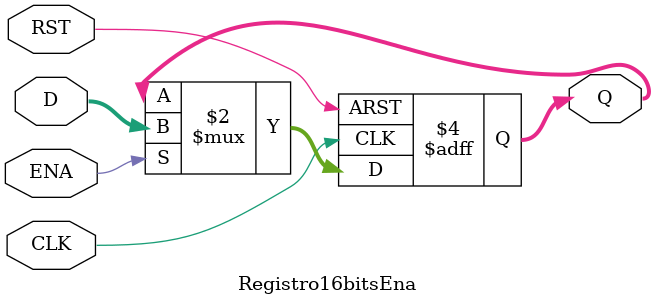
<source format=v>
`timescale 1ns / 1ps

module Registro16bitsEna #(
    parameter RESET_VALUE = 16'h0000
)(
    input CLK, RST, ENA,
    input [15:0] D,
    output reg [15:0] Q
);
    always @(posedge CLK or posedge RST)
        if (RST)
            Q <= RESET_VALUE;  
        else if (ENA)
            Q <= D;
endmodule
</source>
